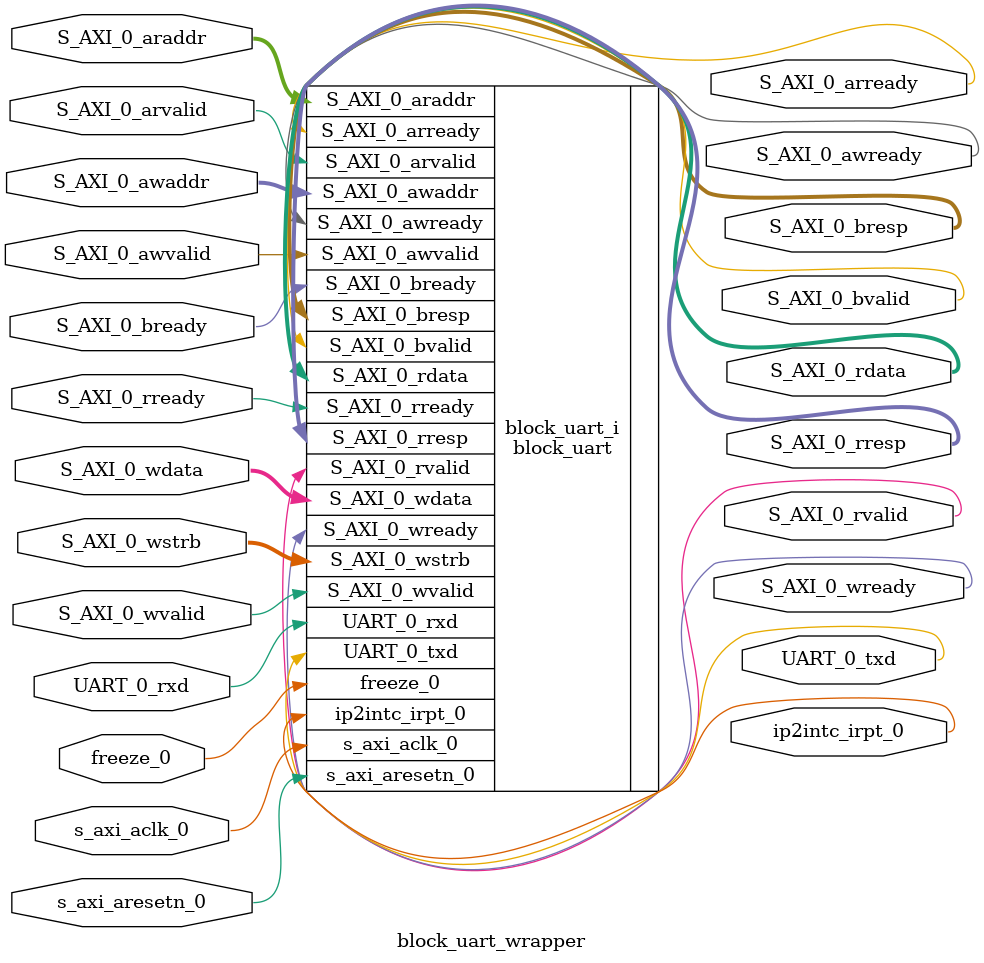
<source format=v>
`timescale 1 ps / 1 ps

module block_uart_wrapper
   (S_AXI_0_araddr,
    S_AXI_0_arready,
    S_AXI_0_arvalid,
    S_AXI_0_awaddr,
    S_AXI_0_awready,
    S_AXI_0_awvalid,
    S_AXI_0_bready,
    S_AXI_0_bresp,
    S_AXI_0_bvalid,
    S_AXI_0_rdata,
    S_AXI_0_rready,
    S_AXI_0_rresp,
    S_AXI_0_rvalid,
    S_AXI_0_wdata,
    S_AXI_0_wready,
    S_AXI_0_wstrb,
    S_AXI_0_wvalid,
    UART_0_rxd,
    UART_0_txd,
    freeze_0,
    ip2intc_irpt_0,
    s_axi_aclk_0,
    s_axi_aresetn_0);
  input [12:0]S_AXI_0_araddr;
  output S_AXI_0_arready;
  input S_AXI_0_arvalid;
  input [12:0]S_AXI_0_awaddr;
  output S_AXI_0_awready;
  input S_AXI_0_awvalid;
  input S_AXI_0_bready;
  output [1:0]S_AXI_0_bresp;
  output S_AXI_0_bvalid;
  output [31:0]S_AXI_0_rdata;
  input S_AXI_0_rready;
  output [1:0]S_AXI_0_rresp;
  output S_AXI_0_rvalid;
  input [31:0]S_AXI_0_wdata;
  output S_AXI_0_wready;
  input [3:0]S_AXI_0_wstrb;
  input S_AXI_0_wvalid;
  input UART_0_rxd;
  output UART_0_txd;
  input freeze_0;
  output ip2intc_irpt_0;
  input s_axi_aclk_0;
  input s_axi_aresetn_0;

  wire [12:0]S_AXI_0_araddr;
  wire S_AXI_0_arready;
  wire S_AXI_0_arvalid;
  wire [12:0]S_AXI_0_awaddr;
  wire S_AXI_0_awready;
  wire S_AXI_0_awvalid;
  wire S_AXI_0_bready;
  wire [1:0]S_AXI_0_bresp;
  wire S_AXI_0_bvalid;
  wire [31:0]S_AXI_0_rdata;
  wire S_AXI_0_rready;
  wire [1:0]S_AXI_0_rresp;
  wire S_AXI_0_rvalid;
  wire [31:0]S_AXI_0_wdata;
  wire S_AXI_0_wready;
  wire [3:0]S_AXI_0_wstrb;
  wire S_AXI_0_wvalid;
  wire UART_0_rxd;
  wire UART_0_txd;
  wire freeze_0;
  wire ip2intc_irpt_0;
  wire s_axi_aclk_0;
  wire s_axi_aresetn_0;

  block_uart block_uart_i
       (.S_AXI_0_araddr(S_AXI_0_araddr),
        .S_AXI_0_arready(S_AXI_0_arready),
        .S_AXI_0_arvalid(S_AXI_0_arvalid),
        .S_AXI_0_awaddr(S_AXI_0_awaddr),
        .S_AXI_0_awready(S_AXI_0_awready),
        .S_AXI_0_awvalid(S_AXI_0_awvalid),
        .S_AXI_0_bready(S_AXI_0_bready),
        .S_AXI_0_bresp(S_AXI_0_bresp),
        .S_AXI_0_bvalid(S_AXI_0_bvalid),
        .S_AXI_0_rdata(S_AXI_0_rdata),
        .S_AXI_0_rready(S_AXI_0_rready),
        .S_AXI_0_rresp(S_AXI_0_rresp),
        .S_AXI_0_rvalid(S_AXI_0_rvalid),
        .S_AXI_0_wdata(S_AXI_0_wdata),
        .S_AXI_0_wready(S_AXI_0_wready),
        .S_AXI_0_wstrb(S_AXI_0_wstrb),
        .S_AXI_0_wvalid(S_AXI_0_wvalid),
        .UART_0_rxd(UART_0_rxd),
        .UART_0_txd(UART_0_txd),
        .freeze_0(freeze_0),
        .ip2intc_irpt_0(ip2intc_irpt_0),
        .s_axi_aclk_0(s_axi_aclk_0),
        .s_axi_aresetn_0(s_axi_aresetn_0));
endmodule

</source>
